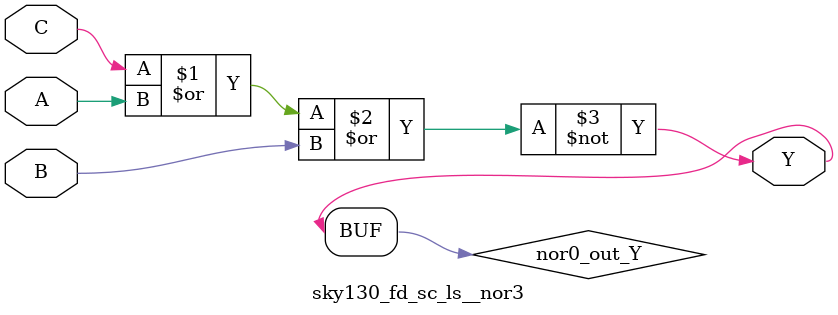
<source format=v>
/*
 * Copyright 2020 The SkyWater PDK Authors
 *
 * Licensed under the Apache License, Version 2.0 (the "License");
 * you may not use this file except in compliance with the License.
 * You may obtain a copy of the License at
 *
 *     https://www.apache.org/licenses/LICENSE-2.0
 *
 * Unless required by applicable law or agreed to in writing, software
 * distributed under the License is distributed on an "AS IS" BASIS,
 * WITHOUT WARRANTIES OR CONDITIONS OF ANY KIND, either express or implied.
 * See the License for the specific language governing permissions and
 * limitations under the License.
 *
 * SPDX-License-Identifier: Apache-2.0
*/


`ifndef SKY130_FD_SC_LS__NOR3_FUNCTIONAL_V
`define SKY130_FD_SC_LS__NOR3_FUNCTIONAL_V

/**
 * nor3: 3-input NOR.
 *
 *       Y = !(A | B | C | !D)
 *
 * Verilog simulation functional model.
 */

`timescale 1ns / 1ps
`default_nettype none

`celldefine
module sky130_fd_sc_ls__nor3 (
    Y,
    A,
    B,
    C
);

    // Module ports
    output Y;
    input  A;
    input  B;
    input  C;

    // Local signals
    wire nor0_out_Y;

    //  Name  Output      Other arguments
    nor nor0 (nor0_out_Y, C, A, B        );
    buf buf0 (Y         , nor0_out_Y     );

endmodule
`endcelldefine

`default_nettype wire
`endif  // SKY130_FD_SC_LS__NOR3_FUNCTIONAL_V

</source>
